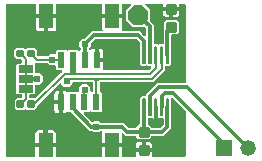
<source format=gbr>
G04 EAGLE Gerber RS-274X export*
G75*
%MOMM*%
%FSLAX34Y34*%
%LPD*%
%AMOC8*
5,1,8,0,0,1.08239X$1,22.5*%
G01*
%ADD10C,0.222250*%
%ADD11R,0.600000X1.350000*%
%ADD12R,1.200000X2.000000*%
%ADD13R,1.320800X1.320800*%
%ADD14C,1.320800*%
%ADD15R,1.270000X0.635000*%
%ADD16C,0.203200*%
%ADD17C,0.317500*%
%ADD18C,0.150000*%
%ADD19P,1.814519X8X112.500000*%
%ADD20C,0.609600*%
%ADD21C,0.304800*%

G36*
X83033Y5223D02*
X83033Y5223D01*
X83135Y5231D01*
X83163Y5243D01*
X83194Y5248D01*
X83286Y5292D01*
X83382Y5330D01*
X83405Y5350D01*
X83433Y5363D01*
X83508Y5433D01*
X83588Y5498D01*
X83605Y5524D01*
X83627Y5545D01*
X83678Y5634D01*
X83735Y5719D01*
X83741Y5743D01*
X83759Y5775D01*
X83817Y6035D01*
X83814Y6073D01*
X83819Y6096D01*
X83819Y13473D01*
X91471Y13473D01*
X91572Y13488D01*
X91675Y13497D01*
X91703Y13508D01*
X91734Y13513D01*
X91826Y13557D01*
X91921Y13596D01*
X91945Y13615D01*
X91973Y13628D01*
X92048Y13698D01*
X92128Y13763D01*
X92145Y13789D01*
X92167Y13810D01*
X92218Y13899D01*
X92275Y13984D01*
X92280Y14008D01*
X92299Y14040D01*
X92357Y14300D01*
X92354Y14338D01*
X92359Y14361D01*
X92359Y15251D01*
X92361Y15251D01*
X92361Y14361D01*
X92376Y14260D01*
X92385Y14157D01*
X92396Y14129D01*
X92401Y14098D01*
X92445Y14006D01*
X92484Y13911D01*
X92503Y13887D01*
X92516Y13859D01*
X92586Y13784D01*
X92651Y13704D01*
X92677Y13687D01*
X92698Y13665D01*
X92787Y13614D01*
X92872Y13557D01*
X92896Y13551D01*
X92929Y13533D01*
X93188Y13475D01*
X93226Y13478D01*
X93249Y13473D01*
X100901Y13473D01*
X100901Y6096D01*
X100916Y5994D01*
X100924Y5892D01*
X100936Y5864D01*
X100941Y5833D01*
X100985Y5741D01*
X101023Y5645D01*
X101043Y5622D01*
X101056Y5594D01*
X101126Y5519D01*
X101191Y5439D01*
X101217Y5422D01*
X101238Y5400D01*
X101327Y5349D01*
X101412Y5292D01*
X101436Y5286D01*
X101468Y5268D01*
X101728Y5210D01*
X101766Y5213D01*
X101789Y5208D01*
X138931Y5208D01*
X139033Y5223D01*
X139135Y5231D01*
X139163Y5243D01*
X139194Y5248D01*
X139286Y5292D01*
X139382Y5330D01*
X139405Y5350D01*
X139433Y5363D01*
X139508Y5433D01*
X139588Y5498D01*
X139605Y5524D01*
X139627Y5545D01*
X139678Y5634D01*
X139735Y5719D01*
X139741Y5743D01*
X139759Y5775D01*
X139817Y6035D01*
X139814Y6073D01*
X139819Y6096D01*
X139819Y13473D01*
X147471Y13473D01*
X147572Y13488D01*
X147675Y13497D01*
X147703Y13508D01*
X147734Y13513D01*
X147826Y13557D01*
X147921Y13596D01*
X147945Y13615D01*
X147973Y13628D01*
X148048Y13698D01*
X148128Y13763D01*
X148145Y13789D01*
X148167Y13810D01*
X148218Y13899D01*
X148275Y13984D01*
X148280Y14008D01*
X148299Y14040D01*
X148357Y14300D01*
X148354Y14338D01*
X148359Y14361D01*
X148359Y16139D01*
X148344Y16240D01*
X148335Y16343D01*
X148324Y16371D01*
X148319Y16402D01*
X148275Y16494D01*
X148236Y16589D01*
X148217Y16613D01*
X148204Y16641D01*
X148134Y16716D01*
X148069Y16796D01*
X148043Y16813D01*
X148022Y16835D01*
X147933Y16886D01*
X147848Y16943D01*
X147824Y16948D01*
X147791Y16967D01*
X147532Y17025D01*
X147494Y17022D01*
X147471Y17027D01*
X139819Y17027D01*
X139819Y25585D01*
X139992Y26231D01*
X140063Y26353D01*
X140088Y26417D01*
X140122Y26476D01*
X140136Y26540D01*
X140160Y26600D01*
X140165Y26669D01*
X140180Y26736D01*
X140175Y26801D01*
X140179Y26865D01*
X140164Y26932D01*
X140158Y27001D01*
X140134Y27061D01*
X140119Y27124D01*
X140085Y27184D01*
X140059Y27248D01*
X140018Y27298D01*
X139986Y27354D01*
X139935Y27401D01*
X139892Y27454D01*
X139838Y27490D01*
X139790Y27534D01*
X139728Y27563D01*
X139671Y27601D01*
X139626Y27611D01*
X139550Y27648D01*
X139502Y27654D01*
X139496Y27657D01*
X139455Y27661D01*
X139307Y27682D01*
X139294Y27685D01*
X139273Y27685D01*
X139253Y27682D01*
X139232Y27684D01*
X139121Y27662D01*
X139010Y27645D01*
X138992Y27636D01*
X138971Y27632D01*
X138932Y27608D01*
X138771Y27530D01*
X138689Y27453D01*
X138645Y27425D01*
X137381Y26161D01*
X133383Y26161D01*
X132119Y27425D01*
X132102Y27438D01*
X132089Y27454D01*
X131995Y27516D01*
X131905Y27583D01*
X131885Y27590D01*
X131868Y27601D01*
X131823Y27611D01*
X131654Y27670D01*
X131541Y27674D01*
X131491Y27685D01*
X129696Y27685D01*
X114170Y43211D01*
X114153Y43224D01*
X114140Y43240D01*
X114046Y43302D01*
X113956Y43369D01*
X113936Y43376D01*
X113919Y43387D01*
X113874Y43397D01*
X113705Y43456D01*
X113592Y43460D01*
X113542Y43471D01*
X111623Y43471D01*
X111527Y43568D01*
X111444Y43629D01*
X111366Y43695D01*
X111338Y43707D01*
X111313Y43725D01*
X111216Y43759D01*
X111122Y43799D01*
X111091Y43803D01*
X111062Y43813D01*
X110959Y43816D01*
X110857Y43827D01*
X110827Y43821D01*
X110796Y43822D01*
X110697Y43795D01*
X110596Y43775D01*
X110576Y43762D01*
X110540Y43752D01*
X110315Y43609D01*
X110291Y43580D01*
X110271Y43568D01*
X109920Y43217D01*
X109341Y42882D01*
X108695Y42709D01*
X106859Y42709D01*
X106859Y51389D01*
X106844Y51490D01*
X106836Y51593D01*
X106824Y51621D01*
X106819Y51652D01*
X106775Y51744D01*
X106737Y51839D01*
X106717Y51863D01*
X106704Y51891D01*
X106634Y51966D01*
X106608Y51997D01*
X106628Y52013D01*
X106645Y52039D01*
X106667Y52060D01*
X106718Y52149D01*
X106775Y52234D01*
X106781Y52258D01*
X106799Y52291D01*
X106857Y52550D01*
X106854Y52588D01*
X106859Y52611D01*
X106859Y61291D01*
X108695Y61291D01*
X109341Y61118D01*
X109920Y60783D01*
X110271Y60432D01*
X110353Y60372D01*
X110432Y60305D01*
X110460Y60293D01*
X110485Y60275D01*
X110581Y60241D01*
X110676Y60201D01*
X110707Y60197D01*
X110736Y60187D01*
X110838Y60184D01*
X110940Y60173D01*
X110971Y60179D01*
X111001Y60178D01*
X111100Y60205D01*
X111201Y60225D01*
X111221Y60238D01*
X111258Y60248D01*
X111482Y60391D01*
X111507Y60420D01*
X111527Y60432D01*
X111623Y60529D01*
X119097Y60529D01*
X119133Y60493D01*
X119174Y60462D01*
X119210Y60424D01*
X119281Y60383D01*
X119347Y60335D01*
X119396Y60318D01*
X119440Y60292D01*
X119520Y60274D01*
X119598Y60247D01*
X119650Y60246D01*
X119700Y60234D01*
X119782Y60241D01*
X119864Y60238D01*
X119913Y60252D01*
X119965Y60256D01*
X120041Y60287D01*
X120120Y60308D01*
X120164Y60336D01*
X120212Y60355D01*
X120275Y60407D01*
X120344Y60451D01*
X120378Y60490D01*
X120418Y60523D01*
X120463Y60591D01*
X120516Y60653D01*
X120537Y60701D01*
X120565Y60744D01*
X120577Y60794D01*
X120621Y60898D01*
X120638Y61067D01*
X120647Y61106D01*
X120647Y61110D01*
X120649Y61121D01*
X120649Y63975D01*
X123477Y66803D01*
X127475Y66803D01*
X130303Y63975D01*
X130303Y61353D01*
X130310Y61302D01*
X130309Y61250D01*
X130330Y61171D01*
X130343Y61090D01*
X130365Y61043D01*
X130379Y60993D01*
X130423Y60924D01*
X130458Y60851D01*
X130494Y60813D01*
X130521Y60769D01*
X130584Y60716D01*
X130640Y60656D01*
X130685Y60630D01*
X130724Y60597D01*
X130799Y60565D01*
X130870Y60524D01*
X130921Y60513D01*
X130968Y60493D01*
X131050Y60484D01*
X131130Y60466D01*
X131181Y60471D01*
X131233Y60465D01*
X131313Y60481D01*
X131395Y60488D01*
X131443Y60507D01*
X131494Y60518D01*
X131511Y60529D01*
X131677Y60529D01*
X131779Y60544D01*
X131881Y60552D01*
X131909Y60564D01*
X131940Y60569D01*
X132032Y60613D01*
X132128Y60651D01*
X132151Y60671D01*
X132179Y60684D01*
X132254Y60754D01*
X132334Y60819D01*
X132351Y60845D01*
X132373Y60866D01*
X132424Y60955D01*
X132481Y61040D01*
X132487Y61064D01*
X132505Y61096D01*
X132563Y61356D01*
X132560Y61394D01*
X132565Y61417D01*
X132565Y67945D01*
X132550Y68047D01*
X132542Y68149D01*
X132530Y68177D01*
X132525Y68208D01*
X132481Y68300D01*
X132443Y68396D01*
X132423Y68419D01*
X132410Y68447D01*
X132340Y68522D01*
X132275Y68602D01*
X132249Y68619D01*
X132228Y68641D01*
X132139Y68692D01*
X132054Y68749D01*
X132030Y68755D01*
X131998Y68773D01*
X131738Y68831D01*
X131700Y68828D01*
X131677Y68833D01*
X115951Y68833D01*
X115849Y68818D01*
X115747Y68810D01*
X115719Y68798D01*
X115688Y68793D01*
X115596Y68749D01*
X115500Y68711D01*
X115477Y68691D01*
X115449Y68678D01*
X115374Y68608D01*
X115294Y68543D01*
X115277Y68517D01*
X115255Y68496D01*
X115204Y68407D01*
X115147Y68322D01*
X115141Y68298D01*
X115123Y68266D01*
X115065Y68006D01*
X115068Y67968D01*
X115063Y67945D01*
X115063Y67343D01*
X112235Y64515D01*
X108237Y64515D01*
X105236Y67516D01*
X105154Y67577D01*
X105075Y67643D01*
X105047Y67655D01*
X105022Y67673D01*
X104925Y67707D01*
X104831Y67748D01*
X104800Y67751D01*
X104771Y67761D01*
X104669Y67764D01*
X104567Y67775D01*
X104536Y67769D01*
X104506Y67770D01*
X104407Y67743D01*
X104306Y67723D01*
X104286Y67710D01*
X104249Y67700D01*
X104025Y67557D01*
X104000Y67529D01*
X103980Y67516D01*
X85159Y48695D01*
X85146Y48678D01*
X85130Y48664D01*
X85068Y48571D01*
X85001Y48481D01*
X84994Y48461D01*
X84983Y48443D01*
X84973Y48399D01*
X84914Y48230D01*
X84910Y48117D01*
X84899Y48066D01*
X84899Y46976D01*
X82927Y45004D01*
X76963Y45004D01*
X76128Y45839D01*
X76045Y45900D01*
X75967Y45967D01*
X75939Y45979D01*
X75914Y45997D01*
X75817Y46031D01*
X75723Y46071D01*
X75692Y46074D01*
X75663Y46084D01*
X75561Y46088D01*
X75458Y46099D01*
X75428Y46093D01*
X75397Y46094D01*
X75298Y46067D01*
X75198Y46046D01*
X75178Y46034D01*
X75141Y46024D01*
X74917Y45881D01*
X74892Y45852D01*
X74872Y45839D01*
X74037Y45004D01*
X68073Y45004D01*
X66101Y46976D01*
X66101Y52940D01*
X68073Y54912D01*
X71688Y54912D01*
X71709Y54915D01*
X71730Y54913D01*
X71840Y54935D01*
X71951Y54952D01*
X71970Y54961D01*
X71991Y54965D01*
X72029Y54989D01*
X72191Y55067D01*
X72273Y55144D01*
X72317Y55172D01*
X72375Y55230D01*
X72388Y55247D01*
X72404Y55261D01*
X72419Y55283D01*
X72423Y55287D01*
X72433Y55304D01*
X72466Y55354D01*
X72533Y55444D01*
X72540Y55464D01*
X72551Y55482D01*
X72561Y55526D01*
X72620Y55695D01*
X72624Y55808D01*
X72635Y55859D01*
X72635Y57448D01*
X72620Y57550D01*
X72612Y57652D01*
X72600Y57680D01*
X72595Y57711D01*
X72551Y57803D01*
X72513Y57899D01*
X72493Y57922D01*
X72480Y57950D01*
X72410Y58025D01*
X72345Y58105D01*
X72319Y58122D01*
X72298Y58144D01*
X72209Y58195D01*
X72124Y58252D01*
X72100Y58258D01*
X72068Y58276D01*
X71808Y58334D01*
X71770Y58331D01*
X71747Y58336D01*
X68343Y58336D01*
X67301Y59378D01*
X67301Y83458D01*
X68343Y84500D01*
X71747Y84500D01*
X71849Y84515D01*
X71951Y84523D01*
X71979Y84535D01*
X72010Y84540D01*
X72102Y84584D01*
X72198Y84622D01*
X72221Y84642D01*
X72249Y84655D01*
X72324Y84725D01*
X72404Y84790D01*
X72421Y84816D01*
X72443Y84837D01*
X72494Y84926D01*
X72551Y85011D01*
X72557Y85035D01*
X72575Y85067D01*
X72633Y85327D01*
X72630Y85365D01*
X72635Y85388D01*
X72635Y86893D01*
X72632Y86914D01*
X72634Y86935D01*
X72612Y87045D01*
X72595Y87156D01*
X72586Y87175D01*
X72582Y87196D01*
X72558Y87234D01*
X72480Y87396D01*
X72403Y87478D01*
X72375Y87522D01*
X72247Y87650D01*
X72230Y87663D01*
X72216Y87679D01*
X72123Y87741D01*
X72033Y87808D01*
X72013Y87815D01*
X71995Y87826D01*
X71951Y87836D01*
X71782Y87895D01*
X71669Y87899D01*
X71618Y87910D01*
X68003Y87910D01*
X66031Y89882D01*
X66031Y95846D01*
X68003Y97818D01*
X73967Y97818D01*
X74802Y96983D01*
X74885Y96922D01*
X74963Y96855D01*
X74991Y96843D01*
X75016Y96825D01*
X75113Y96791D01*
X75207Y96751D01*
X75238Y96748D01*
X75267Y96738D01*
X75370Y96734D01*
X75472Y96723D01*
X75502Y96729D01*
X75533Y96728D01*
X75632Y96755D01*
X75732Y96776D01*
X75753Y96788D01*
X75789Y96798D01*
X76013Y96941D01*
X76038Y96970D01*
X76058Y96983D01*
X76893Y97818D01*
X82857Y97818D01*
X84829Y95846D01*
X84829Y92231D01*
X84832Y92210D01*
X84830Y92189D01*
X84849Y92091D01*
X84852Y92052D01*
X84858Y92039D01*
X84869Y91968D01*
X84878Y91949D01*
X84882Y91928D01*
X84906Y91890D01*
X84984Y91728D01*
X85061Y91646D01*
X85089Y91602D01*
X85966Y90725D01*
X85976Y90718D01*
X85982Y90711D01*
X85988Y90707D01*
X85997Y90696D01*
X86090Y90634D01*
X86180Y90567D01*
X86200Y90560D01*
X86218Y90549D01*
X86262Y90539D01*
X86431Y90480D01*
X86544Y90476D01*
X86595Y90465D01*
X93645Y90465D01*
X93665Y90468D01*
X93686Y90466D01*
X93797Y90488D01*
X93908Y90505D01*
X93926Y90514D01*
X93947Y90518D01*
X93986Y90542D01*
X94147Y90620D01*
X94229Y90697D01*
X94273Y90725D01*
X96045Y92497D01*
X100153Y92497D01*
X100255Y92512D01*
X100357Y92520D01*
X100385Y92532D01*
X100416Y92537D01*
X100508Y92581D01*
X100604Y92619D01*
X100627Y92639D01*
X100655Y92652D01*
X100730Y92722D01*
X100810Y92787D01*
X100827Y92813D01*
X100849Y92834D01*
X100900Y92923D01*
X100957Y93008D01*
X100963Y93032D01*
X100981Y93064D01*
X101039Y93324D01*
X101036Y93362D01*
X101041Y93385D01*
X101041Y95157D01*
X102083Y96199D01*
X109557Y96199D01*
X110192Y95564D01*
X110274Y95503D01*
X110353Y95436D01*
X110381Y95424D01*
X110406Y95406D01*
X110503Y95372D01*
X110597Y95332D01*
X110628Y95329D01*
X110657Y95319D01*
X110759Y95315D01*
X110862Y95304D01*
X110892Y95310D01*
X110923Y95309D01*
X111022Y95336D01*
X111122Y95356D01*
X111142Y95369D01*
X111179Y95379D01*
X111403Y95522D01*
X111428Y95551D01*
X111448Y95564D01*
X112083Y96199D01*
X119557Y96199D01*
X120192Y95564D01*
X120275Y95503D01*
X120353Y95436D01*
X120381Y95424D01*
X120406Y95406D01*
X120503Y95372D01*
X120597Y95332D01*
X120628Y95329D01*
X120657Y95319D01*
X120759Y95315D01*
X120862Y95304D01*
X120892Y95310D01*
X120923Y95309D01*
X121022Y95336D01*
X121122Y95356D01*
X121143Y95369D01*
X121179Y95379D01*
X121403Y95522D01*
X121428Y95551D01*
X121448Y95564D01*
X122185Y96301D01*
X122246Y96383D01*
X122313Y96462D01*
X122325Y96490D01*
X122343Y96515D01*
X122377Y96612D01*
X122417Y96706D01*
X122420Y96737D01*
X122430Y96766D01*
X122434Y96868D01*
X122444Y96970D01*
X122438Y97001D01*
X122439Y97031D01*
X122412Y97130D01*
X122392Y97231D01*
X122379Y97251D01*
X122370Y97288D01*
X122227Y97512D01*
X122198Y97537D01*
X122185Y97557D01*
X120903Y98839D01*
X120903Y102837D01*
X123731Y105665D01*
X125518Y105665D01*
X125539Y105668D01*
X125560Y105666D01*
X125670Y105688D01*
X125781Y105705D01*
X125800Y105714D01*
X125820Y105718D01*
X125859Y105742D01*
X126020Y105820D01*
X126103Y105897D01*
X126146Y105925D01*
X131982Y111761D01*
X139883Y111761D01*
X139951Y111771D01*
X140020Y111771D01*
X140082Y111791D01*
X140146Y111801D01*
X140208Y111830D01*
X140273Y111851D01*
X140327Y111888D01*
X140385Y111916D01*
X140435Y111963D01*
X140492Y112002D01*
X140532Y112053D01*
X140580Y112098D01*
X140614Y112157D01*
X140656Y112211D01*
X140679Y112272D01*
X140711Y112328D01*
X140726Y112395D01*
X140751Y112460D01*
X140755Y112524D01*
X140769Y112588D01*
X140764Y112656D01*
X140768Y112725D01*
X140755Y112768D01*
X140748Y112853D01*
X140656Y113080D01*
X140652Y113093D01*
X140452Y113439D01*
X140279Y114085D01*
X140279Y122643D01*
X147931Y122643D01*
X148032Y122658D01*
X148135Y122667D01*
X148163Y122678D01*
X148194Y122683D01*
X148286Y122727D01*
X148381Y122766D01*
X148405Y122785D01*
X148433Y122798D01*
X148508Y122868D01*
X148588Y122933D01*
X148605Y122959D01*
X148627Y122980D01*
X148678Y123069D01*
X148735Y123154D01*
X148740Y123178D01*
X148759Y123210D01*
X148817Y123470D01*
X148814Y123508D01*
X148819Y123531D01*
X148819Y125309D01*
X148804Y125410D01*
X148795Y125513D01*
X148784Y125541D01*
X148779Y125572D01*
X148735Y125664D01*
X148696Y125759D01*
X148677Y125783D01*
X148664Y125811D01*
X148594Y125886D01*
X148529Y125966D01*
X148503Y125983D01*
X148482Y126005D01*
X148393Y126056D01*
X148308Y126113D01*
X148284Y126118D01*
X148251Y126137D01*
X147992Y126195D01*
X147954Y126192D01*
X147931Y126197D01*
X140279Y126197D01*
X140279Y134366D01*
X140264Y134468D01*
X140256Y134570D01*
X140244Y134598D01*
X140239Y134629D01*
X140195Y134721D01*
X140157Y134817D01*
X140137Y134840D01*
X140124Y134868D01*
X140054Y134943D01*
X139989Y135023D01*
X139963Y135040D01*
X139942Y135062D01*
X139853Y135113D01*
X139768Y135170D01*
X139744Y135176D01*
X139712Y135194D01*
X139452Y135252D01*
X139414Y135249D01*
X139391Y135254D01*
X102249Y135254D01*
X102147Y135239D01*
X102045Y135231D01*
X102017Y135219D01*
X101986Y135214D01*
X101894Y135170D01*
X101798Y135132D01*
X101775Y135112D01*
X101747Y135099D01*
X101672Y135029D01*
X101592Y134964D01*
X101575Y134938D01*
X101553Y134917D01*
X101502Y134828D01*
X101445Y134743D01*
X101439Y134719D01*
X101421Y134687D01*
X101363Y134427D01*
X101366Y134389D01*
X101361Y134366D01*
X101361Y126197D01*
X93709Y126197D01*
X93608Y126182D01*
X93505Y126173D01*
X93477Y126162D01*
X93446Y126157D01*
X93354Y126113D01*
X93259Y126074D01*
X93235Y126055D01*
X93207Y126042D01*
X93132Y125972D01*
X93052Y125907D01*
X93035Y125881D01*
X93013Y125860D01*
X92962Y125771D01*
X92905Y125686D01*
X92900Y125662D01*
X92881Y125629D01*
X92823Y125370D01*
X92826Y125332D01*
X92821Y125309D01*
X92821Y124419D01*
X92819Y124419D01*
X92819Y125309D01*
X92804Y125410D01*
X92795Y125513D01*
X92784Y125541D01*
X92779Y125572D01*
X92735Y125664D01*
X92696Y125759D01*
X92677Y125783D01*
X92664Y125811D01*
X92594Y125886D01*
X92529Y125966D01*
X92503Y125983D01*
X92482Y126005D01*
X92393Y126056D01*
X92308Y126113D01*
X92284Y126118D01*
X92251Y126137D01*
X91992Y126195D01*
X91954Y126192D01*
X91931Y126197D01*
X84279Y126197D01*
X84279Y134366D01*
X84264Y134468D01*
X84256Y134570D01*
X84244Y134598D01*
X84239Y134629D01*
X84195Y134721D01*
X84157Y134817D01*
X84137Y134840D01*
X84124Y134868D01*
X84054Y134943D01*
X83989Y135023D01*
X83963Y135040D01*
X83942Y135062D01*
X83853Y135113D01*
X83768Y135170D01*
X83744Y135176D01*
X83712Y135194D01*
X83452Y135252D01*
X83414Y135249D01*
X83391Y135254D01*
X60000Y135254D01*
X59898Y135239D01*
X59796Y135231D01*
X59768Y135219D01*
X59737Y135214D01*
X59645Y135170D01*
X59549Y135132D01*
X59526Y135112D01*
X59498Y135099D01*
X59423Y135029D01*
X59343Y134964D01*
X59326Y134938D01*
X59304Y134917D01*
X59253Y134828D01*
X59196Y134743D01*
X59190Y134719D01*
X59172Y134687D01*
X59114Y134427D01*
X59117Y134389D01*
X59112Y134366D01*
X59112Y6096D01*
X59127Y5994D01*
X59135Y5892D01*
X59147Y5864D01*
X59152Y5833D01*
X59196Y5741D01*
X59234Y5645D01*
X59254Y5622D01*
X59267Y5594D01*
X59337Y5519D01*
X59402Y5439D01*
X59428Y5422D01*
X59449Y5400D01*
X59538Y5349D01*
X59623Y5292D01*
X59647Y5286D01*
X59679Y5268D01*
X59939Y5210D01*
X59977Y5213D01*
X60000Y5208D01*
X82931Y5208D01*
X83033Y5223D01*
G37*
G36*
X168556Y29918D02*
X168556Y29918D01*
X168658Y29926D01*
X168686Y29938D01*
X168717Y29943D01*
X168809Y29987D01*
X168905Y30025D01*
X168928Y30045D01*
X168956Y30058D01*
X169031Y30128D01*
X169111Y30193D01*
X169128Y30219D01*
X169150Y30240D01*
X169201Y30329D01*
X169258Y30414D01*
X169264Y30438D01*
X169282Y30470D01*
X169340Y30730D01*
X169337Y30768D01*
X169342Y30791D01*
X169342Y31131D01*
X171035Y32824D01*
X171375Y32824D01*
X171477Y32839D01*
X171579Y32847D01*
X171607Y32859D01*
X171638Y32864D01*
X171730Y32908D01*
X171826Y32946D01*
X171849Y32966D01*
X171877Y32979D01*
X171952Y33049D01*
X172032Y33114D01*
X172049Y33140D01*
X172071Y33161D01*
X172122Y33250D01*
X172179Y33335D01*
X172185Y33359D01*
X172203Y33391D01*
X172261Y33651D01*
X172258Y33689D01*
X172263Y33712D01*
X172263Y45894D01*
X172260Y45915D01*
X172262Y45936D01*
X172253Y45981D01*
X172253Y49211D01*
X172262Y49237D01*
X172266Y49350D01*
X172277Y49400D01*
X172277Y55187D01*
X173759Y56669D01*
X176365Y56669D01*
X176467Y56684D01*
X176569Y56692D01*
X176597Y56704D01*
X176628Y56709D01*
X176720Y56753D01*
X176816Y56791D01*
X176839Y56811D01*
X176867Y56824D01*
X176942Y56894D01*
X177022Y56959D01*
X177039Y56985D01*
X177061Y57006D01*
X177112Y57095D01*
X177169Y57180D01*
X177175Y57204D01*
X177193Y57236D01*
X177251Y57496D01*
X177248Y57534D01*
X177253Y57557D01*
X177253Y57972D01*
X187100Y67819D01*
X210000Y67819D01*
X210102Y67834D01*
X210204Y67842D01*
X210232Y67854D01*
X210263Y67859D01*
X210355Y67903D01*
X210451Y67941D01*
X210474Y67961D01*
X210502Y67974D01*
X210577Y68044D01*
X210657Y68109D01*
X210674Y68135D01*
X210696Y68156D01*
X210747Y68245D01*
X210804Y68330D01*
X210810Y68354D01*
X210828Y68386D01*
X210886Y68646D01*
X210883Y68684D01*
X210888Y68707D01*
X210888Y134366D01*
X210873Y134468D01*
X210865Y134570D01*
X210853Y134598D01*
X210848Y134629D01*
X210804Y134721D01*
X210766Y134817D01*
X210746Y134840D01*
X210733Y134868D01*
X210663Y134943D01*
X210598Y135023D01*
X210572Y135040D01*
X210551Y135062D01*
X210462Y135113D01*
X210377Y135170D01*
X210353Y135176D01*
X210321Y135194D01*
X210061Y135252D01*
X210023Y135249D01*
X210000Y135254D01*
X206614Y135254D01*
X206512Y135239D01*
X206410Y135231D01*
X206382Y135219D01*
X206351Y135214D01*
X206259Y135170D01*
X206163Y135132D01*
X206140Y135112D01*
X206112Y135099D01*
X206037Y135029D01*
X205957Y134964D01*
X205940Y134938D01*
X205918Y134917D01*
X205867Y134828D01*
X205810Y134743D01*
X205804Y134719D01*
X205786Y134687D01*
X205728Y134427D01*
X205731Y134389D01*
X205726Y134366D01*
X205726Y132381D01*
X199629Y132381D01*
X199528Y132366D01*
X199425Y132357D01*
X199397Y132346D01*
X199366Y132341D01*
X199274Y132297D01*
X199179Y132258D01*
X199155Y132239D01*
X199127Y132226D01*
X199052Y132156D01*
X198972Y132091D01*
X198955Y132065D01*
X198933Y132044D01*
X198882Y131955D01*
X198825Y131870D01*
X198820Y131846D01*
X198801Y131813D01*
X198743Y131554D01*
X198746Y131516D01*
X198741Y131493D01*
X198741Y130603D01*
X198739Y130603D01*
X198739Y131493D01*
X198724Y131594D01*
X198715Y131697D01*
X198704Y131725D01*
X198699Y131756D01*
X198655Y131848D01*
X198616Y131943D01*
X198597Y131967D01*
X198584Y131995D01*
X198514Y132070D01*
X198449Y132150D01*
X198423Y132167D01*
X198402Y132189D01*
X198313Y132240D01*
X198228Y132297D01*
X198204Y132302D01*
X198171Y132321D01*
X197912Y132379D01*
X197874Y132376D01*
X197851Y132381D01*
X191754Y132381D01*
X191754Y134366D01*
X191739Y134468D01*
X191731Y134570D01*
X191719Y134598D01*
X191714Y134629D01*
X191670Y134721D01*
X191632Y134817D01*
X191612Y134840D01*
X191599Y134868D01*
X191529Y134943D01*
X191464Y135023D01*
X191438Y135040D01*
X191417Y135062D01*
X191328Y135113D01*
X191243Y135170D01*
X191219Y135176D01*
X191187Y135194D01*
X190927Y135252D01*
X190889Y135249D01*
X190866Y135254D01*
X177678Y135254D01*
X177627Y135247D01*
X177575Y135248D01*
X177496Y135227D01*
X177415Y135214D01*
X177368Y135192D01*
X177318Y135178D01*
X177249Y135134D01*
X177175Y135099D01*
X177138Y135064D01*
X177094Y135036D01*
X177041Y134973D01*
X176981Y134917D01*
X176956Y134873D01*
X176922Y134833D01*
X176890Y134758D01*
X176849Y134687D01*
X176838Y134636D01*
X176818Y134589D01*
X176809Y134507D01*
X176791Y134427D01*
X176796Y134376D01*
X176790Y134324D01*
X176806Y134244D01*
X176813Y134162D01*
X176832Y134114D01*
X176842Y134064D01*
X176870Y134020D01*
X176912Y133915D01*
X177025Y133776D01*
X177049Y133738D01*
X181103Y129685D01*
X181103Y121267D01*
X181090Y121255D01*
X181029Y121172D01*
X180963Y121094D01*
X180951Y121066D01*
X180932Y121041D01*
X180899Y120944D01*
X180858Y120849D01*
X180855Y120819D01*
X180845Y120790D01*
X180842Y120687D01*
X180831Y120585D01*
X180837Y120555D01*
X180836Y120524D01*
X180863Y120425D01*
X180883Y120324D01*
X180896Y120304D01*
X180906Y120268D01*
X181048Y120043D01*
X181077Y120019D01*
X181090Y119999D01*
X183859Y117230D01*
X183859Y101557D01*
X183874Y101455D01*
X183882Y101353D01*
X183894Y101325D01*
X183899Y101294D01*
X183943Y101202D01*
X183981Y101106D01*
X184001Y101083D01*
X184014Y101055D01*
X184084Y100980D01*
X184149Y100900D01*
X184175Y100883D01*
X184196Y100861D01*
X184285Y100810D01*
X184370Y100753D01*
X184394Y100747D01*
X184426Y100729D01*
X184686Y100671D01*
X184724Y100674D01*
X184747Y100669D01*
X187353Y100669D01*
X187428Y100594D01*
X187511Y100533D01*
X187589Y100467D01*
X187617Y100455D01*
X187642Y100437D01*
X187739Y100403D01*
X187833Y100362D01*
X187864Y100359D01*
X187893Y100349D01*
X187996Y100346D01*
X188098Y100335D01*
X188128Y100341D01*
X188159Y100340D01*
X188258Y100367D01*
X188358Y100387D01*
X188378Y100400D01*
X188415Y100410D01*
X188639Y100553D01*
X188664Y100581D01*
X188684Y100594D01*
X188759Y100669D01*
X191365Y100669D01*
X191467Y100684D01*
X191569Y100692D01*
X191597Y100704D01*
X191628Y100709D01*
X191720Y100753D01*
X191816Y100791D01*
X191839Y100811D01*
X191867Y100824D01*
X191942Y100894D01*
X192022Y100959D01*
X192039Y100985D01*
X192061Y101006D01*
X192112Y101095D01*
X192169Y101180D01*
X192175Y101204D01*
X192193Y101236D01*
X192251Y101496D01*
X192248Y101534D01*
X192253Y101557D01*
X192253Y113548D01*
X192256Y113551D01*
X192269Y113568D01*
X192285Y113581D01*
X192347Y113675D01*
X192414Y113765D01*
X192421Y113785D01*
X192432Y113802D01*
X192442Y113847D01*
X192501Y114016D01*
X192505Y114129D01*
X192516Y114179D01*
X192516Y119895D01*
X194209Y121588D01*
X203271Y121588D01*
X204964Y119895D01*
X204964Y110833D01*
X203271Y109140D01*
X199747Y109140D01*
X199645Y109125D01*
X199543Y109117D01*
X199515Y109105D01*
X199484Y109100D01*
X199392Y109056D01*
X199296Y109018D01*
X199273Y108998D01*
X199245Y108985D01*
X199170Y108915D01*
X199090Y108850D01*
X199073Y108824D01*
X199051Y108803D01*
X199000Y108714D01*
X198943Y108629D01*
X198937Y108605D01*
X198919Y108573D01*
X198861Y108313D01*
X198861Y108308D01*
X198861Y108306D01*
X198863Y108273D01*
X198859Y108252D01*
X198859Y90069D01*
X198850Y90044D01*
X198846Y89930D01*
X198835Y89880D01*
X198835Y84093D01*
X197353Y82611D01*
X194239Y82611D01*
X194137Y82596D01*
X194035Y82588D01*
X194007Y82576D01*
X193976Y82571D01*
X193884Y82527D01*
X193788Y82489D01*
X193765Y82469D01*
X193737Y82456D01*
X193662Y82386D01*
X193582Y82321D01*
X193565Y82295D01*
X193543Y82274D01*
X193492Y82185D01*
X193435Y82100D01*
X193429Y82076D01*
X193411Y82044D01*
X193353Y81784D01*
X193356Y81746D01*
X193351Y81723D01*
X193351Y78654D01*
X183530Y68833D01*
X139043Y68833D01*
X138941Y68818D01*
X138839Y68810D01*
X138811Y68798D01*
X138780Y68793D01*
X138688Y68749D01*
X138592Y68711D01*
X138569Y68691D01*
X138541Y68678D01*
X138466Y68608D01*
X138386Y68543D01*
X138369Y68517D01*
X138347Y68496D01*
X138296Y68407D01*
X138239Y68322D01*
X138233Y68298D01*
X138215Y68266D01*
X138157Y68006D01*
X138160Y67968D01*
X138155Y67945D01*
X138155Y61417D01*
X138170Y61315D01*
X138178Y61213D01*
X138190Y61185D01*
X138195Y61154D01*
X138239Y61062D01*
X138277Y60966D01*
X138297Y60943D01*
X138310Y60915D01*
X138380Y60840D01*
X138445Y60760D01*
X138471Y60743D01*
X138492Y60721D01*
X138581Y60670D01*
X138666Y60613D01*
X138690Y60607D01*
X138722Y60589D01*
X138982Y60531D01*
X139020Y60534D01*
X139043Y60529D01*
X139097Y60529D01*
X140139Y59487D01*
X140139Y44513D01*
X139097Y43471D01*
X131623Y43471D01*
X130988Y44106D01*
X130905Y44167D01*
X130827Y44234D01*
X130799Y44246D01*
X130774Y44264D01*
X130677Y44298D01*
X130583Y44338D01*
X130552Y44341D01*
X130523Y44351D01*
X130420Y44355D01*
X130318Y44366D01*
X130288Y44360D01*
X130257Y44361D01*
X130158Y44334D01*
X130058Y44314D01*
X130037Y44301D01*
X130001Y44291D01*
X129777Y44148D01*
X129752Y44119D01*
X129732Y44106D01*
X129097Y43471D01*
X125396Y43471D01*
X125345Y43464D01*
X125293Y43465D01*
X125214Y43444D01*
X125133Y43431D01*
X125087Y43409D01*
X125037Y43395D01*
X124968Y43351D01*
X124894Y43316D01*
X124856Y43281D01*
X124813Y43253D01*
X124759Y43190D01*
X124699Y43134D01*
X124674Y43090D01*
X124640Y43050D01*
X124608Y42975D01*
X124568Y42904D01*
X124556Y42853D01*
X124536Y42806D01*
X124528Y42724D01*
X124510Y42644D01*
X124514Y42593D01*
X124509Y42541D01*
X124525Y42461D01*
X124531Y42379D01*
X124551Y42331D01*
X124561Y42281D01*
X124588Y42237D01*
X124630Y42132D01*
X124743Y41993D01*
X124768Y41955D01*
X131517Y35205D01*
X131600Y35145D01*
X131678Y35078D01*
X131706Y35066D01*
X131731Y35048D01*
X131828Y35014D01*
X131923Y34974D01*
X131953Y34971D01*
X131982Y34960D01*
X132085Y34957D01*
X132187Y34946D01*
X132217Y34952D01*
X132248Y34951D01*
X132347Y34978D01*
X132448Y34998D01*
X132468Y35011D01*
X132504Y35021D01*
X132729Y35164D01*
X132753Y35193D01*
X132773Y35205D01*
X133383Y35815D01*
X137381Y35815D01*
X138645Y34551D01*
X138662Y34538D01*
X138675Y34522D01*
X138769Y34460D01*
X138859Y34393D01*
X138879Y34386D01*
X138896Y34375D01*
X138941Y34365D01*
X139110Y34306D01*
X139223Y34302D01*
X139273Y34291D01*
X158594Y34291D01*
X162722Y30163D01*
X162739Y30150D01*
X162752Y30134D01*
X162846Y30072D01*
X162936Y30005D01*
X162956Y29998D01*
X162973Y29987D01*
X163018Y29977D01*
X163187Y29918D01*
X163300Y29914D01*
X163350Y29903D01*
X168454Y29903D01*
X168556Y29918D01*
G37*
G36*
X168172Y5218D02*
X168172Y5218D01*
X168241Y5218D01*
X168303Y5238D01*
X168367Y5248D01*
X168429Y5277D01*
X168494Y5298D01*
X168548Y5335D01*
X168606Y5363D01*
X168656Y5410D01*
X168713Y5449D01*
X168753Y5500D01*
X168801Y5545D01*
X168835Y5604D01*
X168877Y5658D01*
X168900Y5719D01*
X168932Y5775D01*
X168947Y5842D01*
X168972Y5907D01*
X168976Y5972D01*
X168990Y6035D01*
X168985Y6103D01*
X168989Y6172D01*
X168976Y6215D01*
X168969Y6300D01*
X168877Y6527D01*
X168873Y6540D01*
X168829Y6617D01*
X168580Y7545D01*
X168580Y9583D01*
X174677Y9583D01*
X174778Y9598D01*
X174881Y9607D01*
X174909Y9618D01*
X174940Y9623D01*
X175032Y9667D01*
X175127Y9706D01*
X175151Y9725D01*
X175179Y9738D01*
X175254Y9808D01*
X175334Y9873D01*
X175351Y9899D01*
X175373Y9920D01*
X175424Y10009D01*
X175481Y10094D01*
X175486Y10118D01*
X175505Y10150D01*
X175563Y10410D01*
X175560Y10448D01*
X175565Y10471D01*
X175565Y11361D01*
X175567Y11361D01*
X175567Y10471D01*
X175582Y10370D01*
X175591Y10267D01*
X175602Y10239D01*
X175607Y10208D01*
X175651Y10116D01*
X175690Y10021D01*
X175709Y9997D01*
X175722Y9969D01*
X175792Y9894D01*
X175857Y9814D01*
X175883Y9797D01*
X175904Y9775D01*
X175993Y9724D01*
X176078Y9667D01*
X176102Y9661D01*
X176135Y9643D01*
X176394Y9585D01*
X176432Y9588D01*
X176455Y9583D01*
X182552Y9583D01*
X182552Y7545D01*
X182303Y6617D01*
X182259Y6540D01*
X182234Y6476D01*
X182200Y6417D01*
X182185Y6353D01*
X182162Y6293D01*
X182157Y6224D01*
X182142Y6157D01*
X182147Y6092D01*
X182142Y6028D01*
X182158Y5960D01*
X182163Y5892D01*
X182188Y5832D01*
X182202Y5769D01*
X182237Y5709D01*
X182262Y5645D01*
X182303Y5595D01*
X182336Y5539D01*
X182387Y5493D01*
X182430Y5439D01*
X182484Y5403D01*
X182532Y5359D01*
X182594Y5330D01*
X182651Y5292D01*
X182695Y5282D01*
X182772Y5245D01*
X183014Y5211D01*
X183028Y5208D01*
X210000Y5208D01*
X210102Y5223D01*
X210204Y5231D01*
X210232Y5243D01*
X210263Y5248D01*
X210355Y5292D01*
X210451Y5330D01*
X210474Y5350D01*
X210502Y5363D01*
X210577Y5433D01*
X210657Y5498D01*
X210674Y5524D01*
X210696Y5545D01*
X210747Y5634D01*
X210804Y5719D01*
X210810Y5743D01*
X210828Y5775D01*
X210886Y6035D01*
X210883Y6073D01*
X210888Y6096D01*
X210888Y44423D01*
X210885Y44444D01*
X210887Y44465D01*
X210865Y44575D01*
X210848Y44686D01*
X210839Y44705D01*
X210835Y44725D01*
X210811Y44764D01*
X210733Y44925D01*
X210656Y45008D01*
X210628Y45051D01*
X200351Y55328D01*
X200310Y55359D01*
X200274Y55397D01*
X200203Y55437D01*
X200137Y55486D01*
X200088Y55503D01*
X200044Y55528D01*
X199964Y55546D01*
X199886Y55573D01*
X199834Y55575D01*
X199784Y55586D01*
X199702Y55580D01*
X199620Y55582D01*
X199571Y55569D01*
X199519Y55565D01*
X199443Y55534D01*
X199364Y55513D01*
X199320Y55485D01*
X199272Y55466D01*
X199209Y55414D01*
X199140Y55370D01*
X199106Y55331D01*
X199066Y55298D01*
X199021Y55230D01*
X198968Y55167D01*
X198947Y55120D01*
X198919Y55077D01*
X198907Y55027D01*
X198863Y54923D01*
X198845Y54745D01*
X198835Y54700D01*
X198835Y49400D01*
X198838Y49379D01*
X198836Y49358D01*
X198858Y49248D01*
X198859Y49241D01*
X198859Y29596D01*
X192560Y23297D01*
X182678Y23297D01*
X182576Y23282D01*
X182474Y23274D01*
X182446Y23262D01*
X182415Y23257D01*
X182323Y23213D01*
X182227Y23175D01*
X182204Y23155D01*
X182176Y23142D01*
X182101Y23072D01*
X182021Y23007D01*
X182004Y22981D01*
X181982Y22960D01*
X181931Y22871D01*
X181874Y22786D01*
X181868Y22762D01*
X181850Y22730D01*
X181792Y22470D01*
X181795Y22432D01*
X181790Y22409D01*
X181790Y22069D01*
X180097Y20376D01*
X171035Y20376D01*
X169342Y22069D01*
X169342Y22409D01*
X169327Y22511D01*
X169319Y22613D01*
X169307Y22641D01*
X169302Y22672D01*
X169258Y22764D01*
X169220Y22860D01*
X169200Y22883D01*
X169187Y22911D01*
X169117Y22986D01*
X169052Y23066D01*
X169026Y23083D01*
X169005Y23105D01*
X168916Y23156D01*
X168831Y23213D01*
X168807Y23219D01*
X168775Y23237D01*
X168515Y23295D01*
X168477Y23292D01*
X168454Y23297D01*
X160246Y23297D01*
X158417Y25126D01*
X158376Y25157D01*
X158340Y25195D01*
X158269Y25235D01*
X158203Y25284D01*
X158154Y25301D01*
X158110Y25326D01*
X158030Y25344D01*
X157952Y25371D01*
X157900Y25373D01*
X157850Y25384D01*
X157768Y25378D01*
X157686Y25380D01*
X157637Y25367D01*
X157585Y25363D01*
X157509Y25332D01*
X157430Y25311D01*
X157386Y25283D01*
X157338Y25264D01*
X157275Y25212D01*
X157206Y25168D01*
X157172Y25129D01*
X157132Y25096D01*
X157087Y25028D01*
X157034Y24965D01*
X157013Y24918D01*
X156985Y24875D01*
X156973Y24825D01*
X156929Y24721D01*
X156911Y24543D01*
X156901Y24498D01*
X156901Y17027D01*
X149249Y17027D01*
X149148Y17012D01*
X149045Y17003D01*
X149017Y16992D01*
X148986Y16987D01*
X148894Y16943D01*
X148799Y16904D01*
X148775Y16885D01*
X148747Y16872D01*
X148672Y16802D01*
X148592Y16737D01*
X148575Y16711D01*
X148553Y16690D01*
X148502Y16601D01*
X148445Y16516D01*
X148440Y16492D01*
X148421Y16459D01*
X148363Y16200D01*
X148366Y16162D01*
X148361Y16139D01*
X148361Y14361D01*
X148376Y14260D01*
X148385Y14157D01*
X148396Y14129D01*
X148401Y14098D01*
X148445Y14006D01*
X148484Y13911D01*
X148503Y13887D01*
X148516Y13859D01*
X148586Y13784D01*
X148651Y13704D01*
X148677Y13687D01*
X148698Y13665D01*
X148787Y13614D01*
X148872Y13557D01*
X148896Y13551D01*
X148929Y13533D01*
X149188Y13475D01*
X149226Y13478D01*
X149249Y13473D01*
X156901Y13473D01*
X156901Y6096D01*
X156916Y5994D01*
X156924Y5892D01*
X156936Y5864D01*
X156941Y5833D01*
X156985Y5741D01*
X157023Y5645D01*
X157043Y5622D01*
X157056Y5594D01*
X157126Y5519D01*
X157191Y5439D01*
X157217Y5422D01*
X157238Y5400D01*
X157327Y5349D01*
X157412Y5292D01*
X157436Y5286D01*
X157468Y5268D01*
X157728Y5210D01*
X157766Y5213D01*
X157789Y5208D01*
X168104Y5208D01*
X168172Y5218D01*
G37*
G36*
X179089Y78744D02*
X179089Y78744D01*
X179110Y78742D01*
X179220Y78764D01*
X179331Y78781D01*
X179350Y78790D01*
X179371Y78794D01*
X179409Y78818D01*
X179571Y78896D01*
X179653Y78973D01*
X179697Y79001D01*
X181791Y81095D01*
X181821Y81136D01*
X181859Y81172D01*
X181900Y81243D01*
X181948Y81309D01*
X181965Y81358D01*
X181991Y81402D01*
X182009Y81482D01*
X182036Y81560D01*
X182037Y81612D01*
X182049Y81662D01*
X182042Y81744D01*
X182045Y81826D01*
X182031Y81875D01*
X182027Y81927D01*
X181997Y82003D01*
X181975Y82082D01*
X181947Y82126D01*
X181928Y82174D01*
X181876Y82237D01*
X181832Y82306D01*
X181793Y82340D01*
X181760Y82380D01*
X181692Y82425D01*
X181630Y82478D01*
X181582Y82499D01*
X181539Y82527D01*
X181489Y82539D01*
X181385Y82583D01*
X181207Y82601D01*
X181163Y82611D01*
X178759Y82611D01*
X178684Y82686D01*
X178602Y82747D01*
X178523Y82813D01*
X178495Y82825D01*
X178470Y82843D01*
X178373Y82877D01*
X178279Y82918D01*
X178248Y82921D01*
X178219Y82931D01*
X178117Y82934D01*
X178014Y82945D01*
X177984Y82939D01*
X177953Y82940D01*
X177855Y82913D01*
X177754Y82893D01*
X177733Y82880D01*
X177697Y82870D01*
X177473Y82728D01*
X177448Y82699D01*
X177428Y82686D01*
X177353Y82611D01*
X173759Y82611D01*
X172277Y84093D01*
X172277Y89880D01*
X172274Y89901D01*
X172276Y89922D01*
X172254Y90032D01*
X172253Y90039D01*
X172253Y101854D01*
X172250Y101875D01*
X172252Y101896D01*
X172230Y102006D01*
X172213Y102117D01*
X172204Y102136D01*
X172200Y102156D01*
X172176Y102195D01*
X172098Y102356D01*
X172021Y102439D01*
X171993Y102482D01*
X169580Y104895D01*
X169563Y104908D01*
X169550Y104924D01*
X169456Y104986D01*
X169366Y105053D01*
X169346Y105060D01*
X169329Y105071D01*
X169284Y105081D01*
X169115Y105140D01*
X169002Y105144D01*
X168952Y105155D01*
X135086Y105155D01*
X135065Y105152D01*
X135044Y105154D01*
X134934Y105132D01*
X134823Y105115D01*
X134804Y105106D01*
X134784Y105102D01*
X134745Y105078D01*
X134584Y105000D01*
X134501Y104923D01*
X134458Y104895D01*
X130817Y101254D01*
X130804Y101237D01*
X130788Y101224D01*
X130726Y101130D01*
X130659Y101040D01*
X130652Y101020D01*
X130641Y101003D01*
X130631Y100958D01*
X130572Y100789D01*
X130568Y100676D01*
X130557Y100626D01*
X130557Y98839D01*
X129383Y97665D01*
X129370Y97648D01*
X129354Y97635D01*
X129292Y97541D01*
X129225Y97451D01*
X129218Y97431D01*
X129207Y97414D01*
X129197Y97369D01*
X129138Y97200D01*
X129134Y97087D01*
X129123Y97037D01*
X129123Y97001D01*
X129126Y96980D01*
X129124Y96959D01*
X129146Y96849D01*
X129163Y96738D01*
X129172Y96719D01*
X129176Y96698D01*
X129200Y96660D01*
X129278Y96499D01*
X129355Y96416D01*
X129383Y96373D01*
X129653Y96102D01*
X129736Y96041D01*
X129814Y95975D01*
X129842Y95963D01*
X129867Y95945D01*
X129964Y95911D01*
X130058Y95871D01*
X130089Y95867D01*
X130118Y95857D01*
X130221Y95854D01*
X130323Y95843D01*
X130353Y95849D01*
X130384Y95848D01*
X130483Y95875D01*
X130584Y95895D01*
X130604Y95908D01*
X130640Y95918D01*
X130865Y96061D01*
X130889Y96090D01*
X130909Y96102D01*
X131260Y96453D01*
X131839Y96788D01*
X132485Y96961D01*
X134321Y96961D01*
X134321Y88281D01*
X134336Y88180D01*
X134344Y88077D01*
X134356Y88049D01*
X134360Y88018D01*
X134405Y87926D01*
X134443Y87831D01*
X134463Y87807D01*
X134476Y87779D01*
X134546Y87704D01*
X134611Y87624D01*
X134637Y87607D01*
X134658Y87585D01*
X134747Y87534D01*
X134832Y87477D01*
X134856Y87472D01*
X134888Y87453D01*
X135148Y87395D01*
X135186Y87398D01*
X135209Y87393D01*
X135543Y87393D01*
X135543Y87059D01*
X135558Y86957D01*
X135567Y86855D01*
X135578Y86827D01*
X135583Y86796D01*
X135627Y86704D01*
X135666Y86608D01*
X135685Y86585D01*
X135698Y86557D01*
X135769Y86482D01*
X135833Y86402D01*
X135859Y86385D01*
X135880Y86363D01*
X135969Y86312D01*
X136054Y86255D01*
X136078Y86249D01*
X136111Y86231D01*
X136370Y86173D01*
X136408Y86176D01*
X136431Y86171D01*
X141361Y86171D01*
X141361Y80585D01*
X141166Y79859D01*
X141157Y79774D01*
X141138Y79690D01*
X141142Y79642D01*
X141136Y79595D01*
X141153Y79510D01*
X141159Y79425D01*
X141177Y79381D01*
X141186Y79334D01*
X141227Y79258D01*
X141258Y79178D01*
X141289Y79141D01*
X141311Y79099D01*
X141372Y79039D01*
X141426Y78972D01*
X141466Y78946D01*
X141500Y78912D01*
X141576Y78872D01*
X141647Y78825D01*
X141682Y78817D01*
X141736Y78789D01*
X141997Y78741D01*
X142013Y78743D01*
X142024Y78741D01*
X179068Y78741D01*
X179089Y78744D01*
G37*
G36*
X83124Y54915D02*
X83124Y54915D01*
X83145Y54913D01*
X83255Y54935D01*
X83366Y54952D01*
X83385Y54961D01*
X83406Y54965D01*
X83444Y54989D01*
X83606Y55067D01*
X83688Y55144D01*
X83732Y55172D01*
X105403Y76843D01*
X105403Y76844D01*
X106185Y77625D01*
X106215Y77666D01*
X106253Y77702D01*
X106294Y77773D01*
X106342Y77839D01*
X106359Y77888D01*
X106385Y77932D01*
X106403Y78012D01*
X106430Y78090D01*
X106431Y78142D01*
X106443Y78192D01*
X106436Y78274D01*
X106439Y78356D01*
X106425Y78405D01*
X106421Y78457D01*
X106391Y78533D01*
X106369Y78612D01*
X106341Y78656D01*
X106322Y78704D01*
X106270Y78767D01*
X106226Y78836D01*
X106187Y78870D01*
X106154Y78910D01*
X106086Y78955D01*
X106024Y79008D01*
X105976Y79029D01*
X105933Y79057D01*
X105883Y79069D01*
X105779Y79113D01*
X105601Y79131D01*
X105557Y79141D01*
X102083Y79141D01*
X101041Y80183D01*
X101041Y81955D01*
X101026Y82057D01*
X101018Y82159D01*
X101006Y82187D01*
X101001Y82218D01*
X100957Y82310D01*
X100919Y82406D01*
X100899Y82429D01*
X100886Y82457D01*
X100816Y82532D01*
X100751Y82612D01*
X100725Y82629D01*
X100704Y82651D01*
X100615Y82702D01*
X100530Y82759D01*
X100506Y82765D01*
X100474Y82783D01*
X100214Y82841D01*
X100176Y82838D01*
X100153Y82843D01*
X96045Y82843D01*
X94273Y84615D01*
X94256Y84628D01*
X94243Y84644D01*
X94149Y84706D01*
X94059Y84773D01*
X94039Y84780D01*
X94022Y84791D01*
X93977Y84801D01*
X93808Y84860D01*
X93695Y84864D01*
X93645Y84875D01*
X84286Y84875D01*
X84235Y84868D01*
X84183Y84869D01*
X84104Y84848D01*
X84023Y84835D01*
X83976Y84813D01*
X83926Y84799D01*
X83857Y84755D01*
X83784Y84720D01*
X83746Y84684D01*
X83702Y84657D01*
X83649Y84594D01*
X83589Y84538D01*
X83564Y84493D01*
X83530Y84454D01*
X83498Y84379D01*
X83457Y84308D01*
X83446Y84257D01*
X83426Y84210D01*
X83417Y84128D01*
X83399Y84048D01*
X83404Y83997D01*
X83398Y83945D01*
X83414Y83865D01*
X83421Y83783D01*
X83440Y83735D01*
X83450Y83685D01*
X83478Y83641D01*
X83520Y83536D01*
X83559Y83489D01*
X83559Y77089D01*
X83574Y76987D01*
X83582Y76885D01*
X83594Y76857D01*
X83599Y76826D01*
X83643Y76734D01*
X83681Y76638D01*
X83701Y76615D01*
X83714Y76587D01*
X83784Y76512D01*
X83849Y76432D01*
X83875Y76415D01*
X83896Y76393D01*
X83985Y76342D01*
X84070Y76285D01*
X84094Y76279D01*
X84126Y76261D01*
X84386Y76203D01*
X84424Y76206D01*
X84447Y76201D01*
X87343Y76201D01*
X90171Y73373D01*
X90171Y69375D01*
X87343Y66547D01*
X84447Y66547D01*
X84345Y66532D01*
X84243Y66524D01*
X84215Y66512D01*
X84184Y66507D01*
X84092Y66463D01*
X83996Y66425D01*
X83973Y66405D01*
X83945Y66392D01*
X83870Y66322D01*
X83790Y66257D01*
X83773Y66231D01*
X83751Y66210D01*
X83700Y66121D01*
X83643Y66036D01*
X83637Y66012D01*
X83619Y65980D01*
X83561Y65720D01*
X83564Y65683D01*
X83561Y65670D01*
X83561Y65669D01*
X83559Y65659D01*
X83559Y59378D01*
X82517Y58336D01*
X79113Y58336D01*
X79011Y58321D01*
X78909Y58313D01*
X78881Y58301D01*
X78850Y58296D01*
X78758Y58252D01*
X78662Y58214D01*
X78639Y58194D01*
X78611Y58181D01*
X78536Y58111D01*
X78456Y58046D01*
X78439Y58020D01*
X78417Y57999D01*
X78366Y57910D01*
X78309Y57825D01*
X78303Y57801D01*
X78285Y57769D01*
X78227Y57509D01*
X78230Y57471D01*
X78225Y57448D01*
X78225Y55800D01*
X78240Y55698D01*
X78248Y55596D01*
X78260Y55568D01*
X78265Y55537D01*
X78309Y55445D01*
X78347Y55349D01*
X78367Y55326D01*
X78380Y55298D01*
X78450Y55223D01*
X78515Y55143D01*
X78541Y55126D01*
X78562Y55104D01*
X78651Y55053D01*
X78736Y54996D01*
X78760Y54990D01*
X78792Y54972D01*
X79052Y54914D01*
X79090Y54917D01*
X79113Y54912D01*
X83103Y54912D01*
X83124Y54915D01*
G37*
G36*
X176386Y107828D02*
X176386Y107828D01*
X176468Y107826D01*
X176517Y107839D01*
X176569Y107843D01*
X176645Y107874D01*
X176724Y107895D01*
X176768Y107923D01*
X176816Y107942D01*
X176879Y107994D01*
X176948Y108038D01*
X176982Y108077D01*
X177022Y108110D01*
X177067Y108178D01*
X177120Y108241D01*
X177141Y108288D01*
X177169Y108331D01*
X177181Y108381D01*
X177225Y108485D01*
X177243Y108663D01*
X177253Y108708D01*
X177253Y114126D01*
X177250Y114147D01*
X177252Y114168D01*
X177230Y114278D01*
X177213Y114389D01*
X177204Y114408D01*
X177200Y114428D01*
X177176Y114467D01*
X177098Y114628D01*
X177021Y114711D01*
X176993Y114754D01*
X176419Y115328D01*
X176337Y115389D01*
X176258Y115455D01*
X176230Y115467D01*
X176205Y115486D01*
X176108Y115519D01*
X176014Y115560D01*
X175984Y115563D01*
X175954Y115573D01*
X175852Y115576D01*
X175750Y115587D01*
X175719Y115581D01*
X175689Y115582D01*
X175590Y115555D01*
X175489Y115535D01*
X175469Y115522D01*
X175432Y115512D01*
X175208Y115370D01*
X175183Y115341D01*
X175163Y115328D01*
X175151Y115315D01*
X166733Y115315D01*
X160781Y121267D01*
X160781Y129685D01*
X164835Y133738D01*
X164865Y133779D01*
X164903Y133815D01*
X164944Y133886D01*
X164992Y133952D01*
X165009Y134001D01*
X165035Y134045D01*
X165053Y134125D01*
X165080Y134203D01*
X165081Y134255D01*
X165093Y134305D01*
X165086Y134387D01*
X165089Y134469D01*
X165075Y134518D01*
X165071Y134570D01*
X165040Y134646D01*
X165019Y134725D01*
X164991Y134769D01*
X164972Y134817D01*
X164920Y134880D01*
X164876Y134949D01*
X164837Y134983D01*
X164804Y135023D01*
X164736Y135068D01*
X164674Y135121D01*
X164626Y135142D01*
X164583Y135170D01*
X164533Y135182D01*
X164429Y135226D01*
X164251Y135244D01*
X164206Y135254D01*
X158249Y135254D01*
X158147Y135239D01*
X158045Y135231D01*
X158017Y135219D01*
X157986Y135214D01*
X157894Y135170D01*
X157798Y135132D01*
X157775Y135112D01*
X157747Y135099D01*
X157672Y135029D01*
X157592Y134964D01*
X157575Y134938D01*
X157553Y134917D01*
X157502Y134828D01*
X157445Y134743D01*
X157439Y134719D01*
X157421Y134687D01*
X157363Y134427D01*
X157366Y134389D01*
X157361Y134366D01*
X157361Y126197D01*
X149709Y126197D01*
X149608Y126182D01*
X149505Y126173D01*
X149477Y126162D01*
X149446Y126157D01*
X149354Y126113D01*
X149259Y126074D01*
X149235Y126055D01*
X149207Y126042D01*
X149132Y125972D01*
X149052Y125907D01*
X149035Y125881D01*
X149013Y125860D01*
X148962Y125771D01*
X148905Y125686D01*
X148900Y125662D01*
X148881Y125629D01*
X148823Y125370D01*
X148826Y125332D01*
X148821Y125309D01*
X148821Y123531D01*
X148836Y123430D01*
X148845Y123327D01*
X148856Y123299D01*
X148861Y123268D01*
X148905Y123176D01*
X148944Y123081D01*
X148963Y123057D01*
X148976Y123029D01*
X149046Y122954D01*
X149111Y122874D01*
X149137Y122857D01*
X149158Y122835D01*
X149247Y122784D01*
X149332Y122727D01*
X149356Y122721D01*
X149389Y122703D01*
X149648Y122645D01*
X149686Y122648D01*
X149709Y122643D01*
X157361Y122643D01*
X157361Y114085D01*
X157188Y113439D01*
X156988Y113093D01*
X156963Y113029D01*
X156929Y112970D01*
X156914Y112906D01*
X156891Y112846D01*
X156886Y112777D01*
X156871Y112710D01*
X156876Y112645D01*
X156871Y112581D01*
X156887Y112514D01*
X156892Y112445D01*
X156917Y112385D01*
X156931Y112322D01*
X156966Y112262D01*
X156991Y112198D01*
X157032Y112148D01*
X157065Y112092D01*
X157116Y112045D01*
X157159Y111992D01*
X157213Y111956D01*
X157261Y111912D01*
X157323Y111883D01*
X157380Y111845D01*
X157424Y111835D01*
X157501Y111798D01*
X157743Y111764D01*
X157757Y111761D01*
X172056Y111761D01*
X174251Y109566D01*
X175737Y108080D01*
X175778Y108049D01*
X175814Y108011D01*
X175885Y107971D01*
X175951Y107922D01*
X176000Y107905D01*
X176044Y107880D01*
X176124Y107862D01*
X176202Y107835D01*
X176254Y107833D01*
X176304Y107822D01*
X176386Y107828D01*
G37*
G36*
X189477Y29906D02*
X189477Y29906D01*
X189498Y29904D01*
X189608Y29926D01*
X189719Y29943D01*
X189738Y29952D01*
X189758Y29956D01*
X189797Y29980D01*
X189958Y30058D01*
X190041Y30135D01*
X190084Y30163D01*
X191993Y32072D01*
X192006Y32089D01*
X192022Y32102D01*
X192084Y32195D01*
X192151Y32286D01*
X192158Y32306D01*
X192169Y32323D01*
X192179Y32368D01*
X192238Y32537D01*
X192242Y32640D01*
X192251Y32682D01*
X192251Y32688D01*
X192253Y32700D01*
X192253Y37723D01*
X192238Y37825D01*
X192230Y37927D01*
X192218Y37955D01*
X192213Y37986D01*
X192169Y38078D01*
X192131Y38174D01*
X192111Y38197D01*
X192098Y38225D01*
X192028Y38300D01*
X191963Y38380D01*
X191937Y38397D01*
X191916Y38419D01*
X191827Y38470D01*
X191742Y38527D01*
X191718Y38533D01*
X191686Y38551D01*
X191426Y38609D01*
X191388Y38606D01*
X191365Y38611D01*
X188746Y38611D01*
X188708Y38606D01*
X188670Y38608D01*
X188619Y38592D01*
X188483Y38571D01*
X188351Y38508D01*
X188301Y38492D01*
X187576Y38074D01*
X186739Y37849D01*
X186444Y37849D01*
X186444Y47640D01*
X186429Y47741D01*
X186421Y47844D01*
X186409Y47872D01*
X186405Y47902D01*
X186360Y47995D01*
X186322Y48090D01*
X186302Y48114D01*
X186289Y48142D01*
X186219Y48217D01*
X186154Y48297D01*
X186128Y48314D01*
X186107Y48336D01*
X186019Y48387D01*
X185933Y48444D01*
X185910Y48449D01*
X185877Y48468D01*
X185617Y48526D01*
X185579Y48523D01*
X185556Y48528D01*
X185454Y48513D01*
X185352Y48504D01*
X185323Y48493D01*
X185293Y48488D01*
X185201Y48443D01*
X185105Y48405D01*
X185081Y48386D01*
X185054Y48372D01*
X184979Y48302D01*
X184899Y48238D01*
X184882Y48212D01*
X184859Y48191D01*
X184809Y48102D01*
X184751Y48016D01*
X184746Y47993D01*
X184727Y47960D01*
X184670Y47701D01*
X184673Y47663D01*
X184668Y47640D01*
X184668Y37849D01*
X184373Y37849D01*
X183536Y38074D01*
X182811Y38492D01*
X182775Y38506D01*
X182743Y38527D01*
X182692Y38539D01*
X182563Y38589D01*
X182418Y38600D01*
X182366Y38611D01*
X179757Y38611D01*
X179655Y38596D01*
X179553Y38588D01*
X179525Y38576D01*
X179494Y38571D01*
X179402Y38527D01*
X179306Y38489D01*
X179283Y38469D01*
X179255Y38456D01*
X179180Y38386D01*
X179100Y38321D01*
X179083Y38295D01*
X179061Y38274D01*
X179010Y38185D01*
X178953Y38100D01*
X178947Y38076D01*
X178929Y38044D01*
X178871Y37784D01*
X178874Y37746D01*
X178869Y37723D01*
X178869Y33712D01*
X178884Y33610D01*
X178892Y33508D01*
X178904Y33480D01*
X178909Y33449D01*
X178953Y33357D01*
X178991Y33261D01*
X179011Y33238D01*
X179024Y33210D01*
X179094Y33135D01*
X179159Y33055D01*
X179185Y33038D01*
X179206Y33016D01*
X179295Y32965D01*
X179380Y32908D01*
X179404Y32902D01*
X179436Y32884D01*
X179696Y32826D01*
X179734Y32829D01*
X179757Y32824D01*
X180097Y32824D01*
X181790Y31131D01*
X181790Y30791D01*
X181805Y30689D01*
X181813Y30587D01*
X181825Y30559D01*
X181830Y30528D01*
X181874Y30436D01*
X181912Y30340D01*
X181932Y30317D01*
X181945Y30289D01*
X182015Y30214D01*
X182080Y30134D01*
X182106Y30117D01*
X182127Y30095D01*
X182216Y30044D01*
X182301Y29987D01*
X182325Y29981D01*
X182357Y29963D01*
X182617Y29905D01*
X182655Y29908D01*
X182678Y29903D01*
X189456Y29903D01*
X189477Y29906D01*
G37*
%LPC*%
G36*
X94137Y17027D02*
X94137Y17027D01*
X94137Y27791D01*
X98695Y27791D01*
X99341Y27618D01*
X99920Y27283D01*
X100393Y26810D01*
X100728Y26231D01*
X100901Y25585D01*
X100901Y17027D01*
X94137Y17027D01*
G37*
%LPD*%
%LPC*%
G36*
X83819Y17027D02*
X83819Y17027D01*
X83819Y25585D01*
X83992Y26231D01*
X84327Y26810D01*
X84800Y27283D01*
X85379Y27618D01*
X86025Y27791D01*
X90583Y27791D01*
X90583Y17027D01*
X83819Y17027D01*
G37*
%LPD*%
%LPC*%
G36*
X94597Y111879D02*
X94597Y111879D01*
X94597Y122643D01*
X101361Y122643D01*
X101361Y114085D01*
X101188Y113439D01*
X100853Y112860D01*
X100380Y112387D01*
X99801Y112052D01*
X99155Y111879D01*
X94597Y111879D01*
G37*
%LPD*%
%LPC*%
G36*
X86485Y111879D02*
X86485Y111879D01*
X85839Y112052D01*
X85260Y112387D01*
X84787Y112860D01*
X84452Y113439D01*
X84279Y114085D01*
X84279Y122643D01*
X91043Y122643D01*
X91043Y111879D01*
X86485Y111879D01*
G37*
%LPD*%
%LPC*%
G36*
X137319Y89169D02*
X137319Y89169D01*
X137319Y96961D01*
X139155Y96961D01*
X139801Y96788D01*
X140380Y96453D01*
X140853Y95980D01*
X141188Y95401D01*
X141361Y94755D01*
X141361Y89169D01*
X137319Y89169D01*
G37*
%LPD*%
%LPC*%
G36*
X99819Y53499D02*
X99819Y53499D01*
X99819Y59085D01*
X99992Y59731D01*
X100327Y60310D01*
X100800Y60783D01*
X101379Y61118D01*
X102025Y61291D01*
X103861Y61291D01*
X103861Y53499D01*
X99819Y53499D01*
G37*
%LPD*%
%LPC*%
G36*
X102025Y42709D02*
X102025Y42709D01*
X101379Y42882D01*
X100800Y43217D01*
X100327Y43690D01*
X99992Y44269D01*
X99819Y44915D01*
X99819Y50501D01*
X103861Y50501D01*
X103861Y42709D01*
X102025Y42709D01*
G37*
%LPD*%
%LPC*%
G36*
X177343Y13137D02*
X177343Y13137D01*
X177343Y18346D01*
X179381Y18346D01*
X180309Y18097D01*
X181142Y17616D01*
X181822Y16936D01*
X182303Y16103D01*
X182552Y15175D01*
X182552Y13137D01*
X177343Y13137D01*
G37*
%LPD*%
%LPC*%
G36*
X200517Y123618D02*
X200517Y123618D01*
X200517Y128827D01*
X205726Y128827D01*
X205726Y126789D01*
X205477Y125861D01*
X204996Y125028D01*
X204316Y124348D01*
X203483Y123867D01*
X202555Y123618D01*
X200517Y123618D01*
G37*
%LPD*%
%LPC*%
G36*
X168580Y13137D02*
X168580Y13137D01*
X168580Y15175D01*
X168829Y16103D01*
X169310Y16936D01*
X169990Y17616D01*
X170823Y18097D01*
X171751Y18346D01*
X173789Y18346D01*
X173789Y13137D01*
X168580Y13137D01*
G37*
%LPD*%
%LPC*%
G36*
X194925Y123618D02*
X194925Y123618D01*
X193997Y123867D01*
X193164Y124348D01*
X192484Y125028D01*
X192003Y125861D01*
X191754Y126789D01*
X191754Y128827D01*
X196963Y128827D01*
X196963Y123618D01*
X194925Y123618D01*
G37*
%LPD*%
D10*
X178900Y14694D02*
X178900Y8026D01*
X172232Y8026D01*
X172232Y14694D01*
X178900Y14694D01*
X178900Y10138D02*
X172232Y10138D01*
X172232Y12250D02*
X178900Y12250D01*
X178900Y14362D02*
X172232Y14362D01*
X178900Y23266D02*
X178900Y29934D01*
X178900Y23266D02*
X172232Y23266D01*
X172232Y29934D01*
X178900Y29934D01*
X178900Y25378D02*
X172232Y25378D01*
X172232Y27490D02*
X178900Y27490D01*
X178900Y29602D02*
X172232Y29602D01*
X195406Y127270D02*
X195406Y133938D01*
X202074Y133938D01*
X202074Y127270D01*
X195406Y127270D01*
X195406Y129382D02*
X202074Y129382D01*
X202074Y131494D02*
X195406Y131494D01*
X195406Y133606D02*
X202074Y133606D01*
X195406Y118698D02*
X195406Y112030D01*
X195406Y118698D02*
X202074Y118698D01*
X202074Y112030D01*
X195406Y112030D01*
X195406Y114142D02*
X202074Y114142D01*
X202074Y116254D02*
X195406Y116254D01*
X195406Y118366D02*
X202074Y118366D01*
D11*
X105360Y52000D03*
X115360Y52000D03*
X125360Y52000D03*
X135360Y52000D03*
D12*
X148360Y15250D03*
X92360Y15250D03*
D11*
X135820Y87670D03*
X125820Y87670D03*
X115820Y87670D03*
X105820Y87670D03*
D12*
X92820Y124420D03*
X148820Y124420D03*
D13*
X243656Y12700D03*
D14*
X263976Y12700D03*
D15*
X75430Y63290D03*
X75430Y71418D03*
X75430Y79546D03*
D16*
X75430Y71418D02*
X75430Y63036D01*
X75430Y71418D02*
X75430Y80054D01*
D17*
X78287Y94452D02*
X81463Y94452D01*
X81463Y91276D01*
X78287Y91276D01*
X78287Y94452D01*
X78287Y94292D02*
X81463Y94292D01*
X72573Y94452D02*
X69397Y94452D01*
X72573Y94452D02*
X72573Y91276D01*
X69397Y91276D01*
X69397Y94452D01*
X69397Y94292D02*
X72573Y94292D01*
X78357Y51546D02*
X81533Y51546D01*
X81533Y48370D01*
X78357Y48370D01*
X78357Y51546D01*
X78357Y51386D02*
X81533Y51386D01*
X72643Y51546D02*
X69467Y51546D01*
X72643Y51546D02*
X72643Y48370D01*
X69467Y48370D01*
X69467Y51546D01*
X69467Y51386D02*
X72643Y51386D01*
D18*
X194806Y85140D02*
X194806Y98140D01*
X196306Y98140D01*
X196306Y85140D01*
X194806Y85140D01*
X194806Y86565D02*
X196306Y86565D01*
X196306Y87990D02*
X194806Y87990D01*
X194806Y89415D02*
X196306Y89415D01*
X196306Y90840D02*
X194806Y90840D01*
X194806Y92265D02*
X196306Y92265D01*
X196306Y93690D02*
X194806Y93690D01*
X194806Y95115D02*
X196306Y95115D01*
X196306Y96540D02*
X194806Y96540D01*
X194806Y97965D02*
X196306Y97965D01*
X189806Y98140D02*
X189806Y85140D01*
X189806Y98140D02*
X191306Y98140D01*
X191306Y85140D01*
X189806Y85140D01*
X189806Y86565D02*
X191306Y86565D01*
X191306Y87990D02*
X189806Y87990D01*
X189806Y89415D02*
X191306Y89415D01*
X191306Y90840D02*
X189806Y90840D01*
X189806Y92265D02*
X191306Y92265D01*
X191306Y93690D02*
X189806Y93690D01*
X189806Y95115D02*
X191306Y95115D01*
X191306Y96540D02*
X189806Y96540D01*
X189806Y97965D02*
X191306Y97965D01*
X184806Y98140D02*
X184806Y85140D01*
X184806Y98140D02*
X186306Y98140D01*
X186306Y85140D01*
X184806Y85140D01*
X184806Y86565D02*
X186306Y86565D01*
X186306Y87990D02*
X184806Y87990D01*
X184806Y89415D02*
X186306Y89415D01*
X186306Y90840D02*
X184806Y90840D01*
X184806Y92265D02*
X186306Y92265D01*
X186306Y93690D02*
X184806Y93690D01*
X184806Y95115D02*
X186306Y95115D01*
X186306Y96540D02*
X184806Y96540D01*
X184806Y97965D02*
X186306Y97965D01*
X179806Y98140D02*
X179806Y85140D01*
X179806Y98140D02*
X181306Y98140D01*
X181306Y85140D01*
X179806Y85140D01*
X179806Y86565D02*
X181306Y86565D01*
X181306Y87990D02*
X179806Y87990D01*
X179806Y89415D02*
X181306Y89415D01*
X181306Y90840D02*
X179806Y90840D01*
X179806Y92265D02*
X181306Y92265D01*
X181306Y93690D02*
X179806Y93690D01*
X179806Y95115D02*
X181306Y95115D01*
X181306Y96540D02*
X179806Y96540D01*
X179806Y97965D02*
X181306Y97965D01*
X174806Y98140D02*
X174806Y85140D01*
X174806Y98140D02*
X176306Y98140D01*
X176306Y85140D01*
X174806Y85140D01*
X174806Y86565D02*
X176306Y86565D01*
X176306Y87990D02*
X174806Y87990D01*
X174806Y89415D02*
X176306Y89415D01*
X176306Y90840D02*
X174806Y90840D01*
X174806Y92265D02*
X176306Y92265D01*
X176306Y93690D02*
X174806Y93690D01*
X174806Y95115D02*
X176306Y95115D01*
X176306Y96540D02*
X174806Y96540D01*
X174806Y97965D02*
X176306Y97965D01*
X174806Y54140D02*
X174806Y41140D01*
X174806Y54140D02*
X176306Y54140D01*
X176306Y41140D01*
X174806Y41140D01*
X174806Y42565D02*
X176306Y42565D01*
X176306Y43990D02*
X174806Y43990D01*
X174806Y45415D02*
X176306Y45415D01*
X176306Y46840D02*
X174806Y46840D01*
X174806Y48265D02*
X176306Y48265D01*
X176306Y49690D02*
X174806Y49690D01*
X174806Y51115D02*
X176306Y51115D01*
X176306Y52540D02*
X174806Y52540D01*
X174806Y53965D02*
X176306Y53965D01*
X179806Y54140D02*
X179806Y41140D01*
X179806Y54140D02*
X181306Y54140D01*
X181306Y41140D01*
X179806Y41140D01*
X179806Y42565D02*
X181306Y42565D01*
X181306Y43990D02*
X179806Y43990D01*
X179806Y45415D02*
X181306Y45415D01*
X181306Y46840D02*
X179806Y46840D01*
X179806Y48265D02*
X181306Y48265D01*
X181306Y49690D02*
X179806Y49690D01*
X179806Y51115D02*
X181306Y51115D01*
X181306Y52540D02*
X179806Y52540D01*
X179806Y53965D02*
X181306Y53965D01*
X184806Y54140D02*
X184806Y41140D01*
X184806Y54140D02*
X186306Y54140D01*
X186306Y41140D01*
X184806Y41140D01*
X184806Y42565D02*
X186306Y42565D01*
X186306Y43990D02*
X184806Y43990D01*
X184806Y45415D02*
X186306Y45415D01*
X186306Y46840D02*
X184806Y46840D01*
X184806Y48265D02*
X186306Y48265D01*
X186306Y49690D02*
X184806Y49690D01*
X184806Y51115D02*
X186306Y51115D01*
X186306Y52540D02*
X184806Y52540D01*
X184806Y53965D02*
X186306Y53965D01*
X189806Y54140D02*
X189806Y41140D01*
X189806Y54140D02*
X191306Y54140D01*
X191306Y41140D01*
X189806Y41140D01*
X189806Y42565D02*
X191306Y42565D01*
X191306Y43990D02*
X189806Y43990D01*
X189806Y45415D02*
X191306Y45415D01*
X191306Y46840D02*
X189806Y46840D01*
X189806Y48265D02*
X191306Y48265D01*
X191306Y49690D02*
X189806Y49690D01*
X189806Y51115D02*
X191306Y51115D01*
X191306Y52540D02*
X189806Y52540D01*
X189806Y53965D02*
X191306Y53965D01*
X194806Y54140D02*
X194806Y41140D01*
X194806Y54140D02*
X196306Y54140D01*
X196306Y41140D01*
X194806Y41140D01*
X194806Y42565D02*
X196306Y42565D01*
X196306Y43990D02*
X194806Y43990D01*
X194806Y45415D02*
X196306Y45415D01*
X196306Y46840D02*
X194806Y46840D01*
X194806Y48265D02*
X196306Y48265D01*
X196306Y49690D02*
X194806Y49690D01*
X194806Y51115D02*
X196306Y51115D01*
X196306Y52540D02*
X194806Y52540D01*
X194806Y53965D02*
X196306Y53965D01*
D19*
X170942Y125476D03*
D20*
X206756Y96012D03*
X207010Y84074D03*
X95250Y72644D03*
X144018Y101092D03*
X134620Y124460D03*
X107188Y123952D03*
X162814Y12446D03*
X188214Y122936D03*
D21*
X185556Y47640D02*
X185556Y34290D01*
X185420Y34290D01*
D20*
X185420Y34290D03*
D16*
X85069Y87670D02*
X79875Y92864D01*
X85069Y87670D02*
X98044Y87670D01*
X105820Y87670D01*
X190556Y91640D02*
X190556Y79812D01*
X182372Y71628D01*
X151384Y71628D01*
X137414Y71628D01*
X133096Y71628D01*
X112522Y71628D01*
X110236Y69342D01*
D20*
X110236Y69342D03*
X98044Y87670D03*
D16*
X135360Y69574D02*
X135360Y52000D01*
X135360Y69574D02*
X137414Y71628D01*
X135360Y69574D02*
X133306Y71628D01*
X133096Y71628D01*
X82470Y49958D02*
X79945Y49958D01*
X82470Y49958D02*
X108458Y75946D01*
X185556Y80908D02*
X185556Y91640D01*
X180594Y75946D02*
X117856Y75946D01*
X180594Y75946D02*
X185556Y80908D01*
X117856Y75946D02*
X113792Y75946D01*
X108458Y75946D01*
X115820Y77982D02*
X115820Y87670D01*
X115820Y77982D02*
X117856Y75946D01*
X115820Y77974D02*
X115820Y77982D01*
X115820Y77974D02*
X113792Y75946D01*
X125360Y61860D02*
X125360Y52000D01*
X125360Y61860D02*
X125476Y61976D01*
D20*
X125476Y61976D03*
X115820Y77974D03*
D16*
X75430Y79546D02*
X75430Y88419D01*
X70985Y92864D01*
X75430Y63290D02*
X75430Y54333D01*
X71055Y49958D01*
D21*
X180556Y91640D02*
X180556Y115862D01*
X170942Y125476D01*
X190556Y56698D02*
X190556Y47640D01*
X190556Y56698D02*
X193548Y59690D01*
X200660Y59690D01*
X243656Y16694D02*
X243656Y12700D01*
X243656Y16694D02*
X200660Y59690D01*
X180556Y56604D02*
X180556Y47640D01*
X180556Y56604D02*
X188468Y64516D01*
X212160Y64516D01*
X263976Y12700D01*
X195556Y91640D02*
X195556Y112180D01*
X198740Y115364D01*
X115360Y52000D02*
X115360Y46692D01*
X131064Y30988D01*
X135382Y30988D02*
X157226Y30988D01*
X161614Y26600D02*
X175566Y26600D01*
X161614Y26600D02*
X157226Y30988D01*
X175566Y26600D02*
X175566Y47630D01*
X175556Y47640D01*
X135382Y30988D02*
X131064Y30988D01*
D20*
X135382Y30988D03*
X125730Y100838D03*
D21*
X125820Y100748D01*
X125820Y87670D01*
X175556Y91640D02*
X175556Y103590D01*
X133350Y108458D02*
X125730Y100838D01*
X170688Y108458D02*
X175556Y103590D01*
X170688Y108458D02*
X133350Y108458D01*
X85300Y71418D02*
X75430Y71418D01*
X85300Y71418D02*
X85344Y71374D01*
D20*
X85344Y71374D03*
D21*
X195556Y47640D02*
X195556Y30964D01*
X191192Y26600D02*
X175566Y26600D01*
X191192Y26600D02*
X195556Y30964D01*
M02*

</source>
